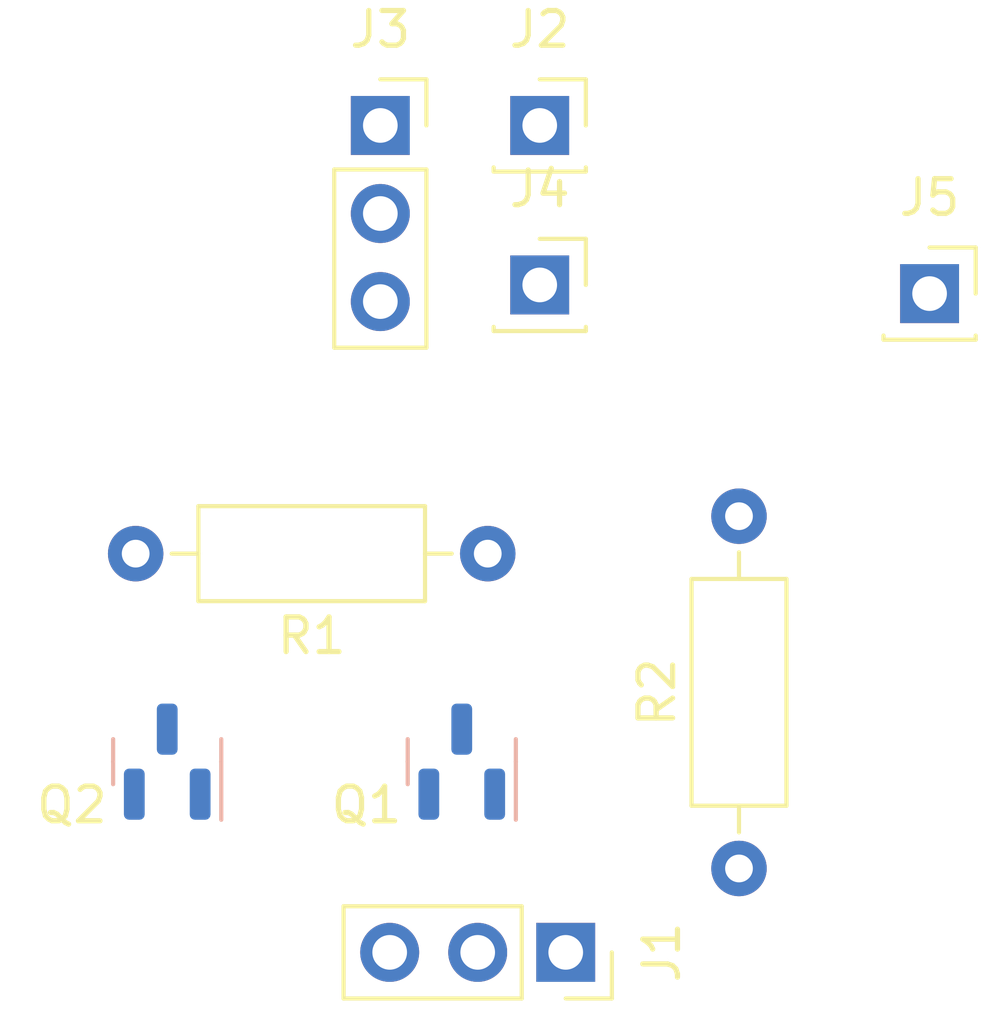
<source format=kicad_pcb>
(kicad_pcb (version 20221018) (generator pcbnew)
  (layers (0 "F.Cu" signal) (31 "B.Cu" signal) (34 "B.Paste" user) (35 "F.Paste" user) (36 "B.SilkS" user "B.Silkscreen") (37 "F.SilkS" user "F.Silkscreen") (38 "B.Mask" user) (39 "F.Mask" user) (44 "Edge.Cuts" user))
  (net 0 "")
  (net 1 "Net-(Q1-D)")
  (net 2 "Net-(Q2-D)")
  (net 3 "X-SHUT 1")
  (net 4 "SDA")
  (net 5 "X-SHUT 2")
  (net 6 "TF-LUNA 1")
  (footprint "Connector_PinSocket_2.54mm:PinSocket_1x01_P2.54mm_Vertical" (layer "F.Cu") (at 163.75 30.25)
    (fp_text reference "J5" (at 0 -2.77) (layer "F.SilkS"))
    (fp_text value "Conn_01x01_Socket" hide)
    (fp_line (start -1.33 1.21) (end -1.33 1.33) (stroke (width 0.12)) (layer "F.SilkS"))
    (fp_line (start -1.33 1.33) (end 1.33 1.33) (stroke (width 0.12)) (layer "F.SilkS"))
    (fp_line (start 0 -1.33) (end 1.33 -1.33) (stroke (width 0.12)) (layer "F.SilkS"))
    (fp_line (start 1.33 -1.33) (end 1.33 0) (stroke (width 0.12)) (layer "F.SilkS"))
    (fp_line (start 1.33 1.21) (end 1.33 1.33) (stroke (width 0.12)) (layer "F.SilkS"))
    (pad "1" thru_hole rect (at 0 0) (size 1.7 1.7) (drill 1) (layers "*.Cu" "*.Mask") (net 6 "TF-LUNA 1"))
  )
  (footprint "Resistor_THT:R_Axial_DIN0207_L6.3mm_D2.5mm_P10.16mm_Horizontal" (layer "F.Cu") (at 151 37.75 180)
    (fp_text reference "R1" (at 5.08 -2.37) (layer "F.SilkS"))
    (fp_text value "2.2k")
    (fp_line (start 1.04 0) (end 1.81 0) (stroke (width 0.12)) (layer "F.SilkS"))
    (fp_line (start 1.81 -1.37) (end 1.81 1.37) (stroke (width 0.12)) (layer "F.SilkS"))
    (fp_line (start 1.81 1.37) (end 8.35 1.37) (stroke (width 0.12)) (layer "F.SilkS"))
    (fp_line (start 8.35 -1.37) (end 1.81 -1.37) (stroke (width 0.12)) (layer "F.SilkS"))
    (fp_line (start 8.35 1.37) (end 8.35 -1.37) (stroke (width 0.12)) (layer "F.SilkS"))
    (fp_line (start 9.12 0) (end 8.35 0) (stroke (width 0.12)) (layer "F.SilkS"))
    (pad "1" thru_hole circle (at 0 0 180) (size 1.6 1.6) (drill 0.8) (layers "*.Cu" "*.Mask") (net 6 "TF-LUNA 1"))
    (pad "2" thru_hole oval (at 10.16 0 180) (size 1.6 1.6) (drill 0.8) (layers "*.Cu" "*.Mask") (net 1 "Net-(Q1-D)"))
  )
  (footprint "Connector_PinSocket_2.54mm:PinSocket_1x03_P2.54mm_Vertical" (layer "F.Cu") (at 153.25 49.25 -90)
    (fp_text reference "J1" (at 0 -2.77 90) (layer "F.SilkS"))
    (fp_text value "Conn_01x03_Socket" hide)
    (fp_line (start -1.33 1.27) (end -1.33 6.41) (stroke (width 0.12)) (layer "F.SilkS"))
    (fp_line (start -1.33 1.27) (end 1.33 1.27) (stroke (width 0.12)) (layer "F.SilkS"))
    (fp_line (start -1.33 6.41) (end 1.33 6.41) (stroke (width 0.12)) (layer "F.SilkS"))
    (fp_line (start 0 -1.33) (end 1.33 -1.33) (stroke (width 0.12)) (layer "F.SilkS"))
    (fp_line (start 1.33 -1.33) (end 1.33 0) (stroke (width 0.12)) (layer "F.SilkS"))
    (fp_line (start 1.33 1.27) (end 1.33 6.41) (stroke (width 0.12)) (layer "F.SilkS"))
    (pad "1" thru_hole rect (at 0 0 270) (size 1.7 1.7) (drill 1) (layers "*.Cu" "*.Mask") (net 6 "TF-LUNA 1"))
    (pad "2" thru_hole oval (at 0 2.54 270) (size 1.7 1.7) (drill 1) (layers "*.Cu" "*.Mask") (net 4 "SDA"))
    (pad "3" thru_hole oval (at 0 5.08 270) (size 1.7 1.7) (drill 1) (layers "*.Cu" "*.Mask") (net 5 "X-SHUT 2"))
  )
  (footprint "Connector_PinSocket_2.54mm:PinSocket_1x01_P2.54mm_Vertical" (layer "F.Cu") (at 152.5 30)
    (fp_text reference "J4" (at 0 -2.77) (layer "F.SilkS"))
    (fp_text value "Conn_01x01_Socket" hide)
    (fp_line (start -1.33 1.21) (end -1.33 1.33) (stroke (width 0.12)) (layer "F.SilkS"))
    (fp_line (start -1.33 1.33) (end 1.33 1.33) (stroke (width 0.12)) (layer "F.SilkS"))
    (fp_line (start 0 -1.33) (end 1.33 -1.33) (stroke (width 0.12)) (layer "F.SilkS"))
    (fp_line (start 1.33 -1.33) (end 1.33 0) (stroke (width 0.12)) (layer "F.SilkS"))
    (fp_line (start 1.33 1.21) (end 1.33 1.33) (stroke (width 0.12)) (layer "F.SilkS"))
    (pad "1" thru_hole rect (at 0 0) (size 1.7 1.7) (drill 1) (layers "*.Cu" "*.Mask") (net 4 "SDA"))
  )
  (footprint "Resistor_THT:R_Axial_DIN0207_L6.3mm_D2.5mm_P10.16mm_Horizontal" (layer "F.Cu") (at 158.25 46.83 90)
    (fp_text reference "R2" (at 5.08 -2.37 90) (layer "F.SilkS"))
    (fp_text value "2.2k")
    (fp_line (start 1.04 0) (end 1.81 0) (stroke (width 0.12)) (layer "F.SilkS"))
    (fp_line (start 1.81 -1.37) (end 1.81 1.37) (stroke (width 0.12)) (layer "F.SilkS"))
    (fp_line (start 1.81 1.37) (end 8.35 1.37) (stroke (width 0.12)) (layer "F.SilkS"))
    (fp_line (start 8.35 -1.37) (end 1.81 -1.37) (stroke (width 0.12)) (layer "F.SilkS"))
    (fp_line (start 8.35 1.37) (end 8.35 -1.37) (stroke (width 0.12)) (layer "F.SilkS"))
    (fp_line (start 9.12 0) (end 8.35 0) (stroke (width 0.12)) (layer "F.SilkS"))
    (pad "1" thru_hole circle (at 0 0 90) (size 1.6 1.6) (drill 0.8) (layers "*.Cu" "*.Mask") (net 6 "TF-LUNA 1"))
    (pad "2" thru_hole oval (at 10.16 0 90) (size 1.6 1.6) (drill 0.8) (layers "*.Cu" "*.Mask") (net 2 "Net-(Q2-D)"))
  )
  (footprint "Connector_PinSocket_2.54mm:PinSocket_1x03_P2.54mm_Vertical" (layer "F.Cu") (at 147.9 25.4)
    (fp_text reference "J3" (at 0 -2.77) (layer "F.SilkS"))
    (fp_text value "Conn_01x03_Socket" hide)
    (fp_line (start -1.33 1.27) (end -1.33 6.41) (stroke (width 0.12)) (layer "F.SilkS"))
    (fp_line (start -1.33 1.27) (end 1.33 1.27) (stroke (width 0.12)) (layer "F.SilkS"))
    (fp_line (start -1.33 6.41) (end 1.33 6.41) (stroke (width 0.12)) (layer "F.SilkS"))
    (fp_line (start 0 -1.33) (end 1.33 -1.33) (stroke (width 0.12)) (layer "F.SilkS"))
    (fp_line (start 1.33 -1.33) (end 1.33 0) (stroke (width 0.12)) (layer "F.SilkS"))
    (fp_line (start 1.33 1.27) (end 1.33 6.41) (stroke (width 0.12)) (layer "F.SilkS"))
    (pad "1" thru_hole rect (at 0 0) (size 1.7 1.7) (drill 1) (layers "*.Cu" "*.Mask") (net 6 "TF-LUNA 1"))
    (pad "2" thru_hole oval (at 0 2.54) (size 1.7 1.7) (drill 1) (layers "*.Cu" "*.Mask") (net 4 "SDA"))
    (pad "3" thru_hole oval (at 0 5.08) (size 1.7 1.7) (drill 1) (layers "*.Cu" "*.Mask") (net 3 "X-SHUT 1"))
  )
  (footprint "Connector_PinSocket_2.54mm:PinSocket_1x01_P2.54mm_Vertical" (layer "F.Cu") (at 152.5 25.4)
    (fp_text reference "J2" (at 0 -2.77) (layer "F.SilkS"))
    (fp_text value "Conn_01x01_Socket" hide)
    (fp_line (start -1.33 1.21) (end -1.33 1.33) (stroke (width 0.12)) (layer "F.SilkS"))
    (fp_line (start -1.33 1.33) (end 1.33 1.33) (stroke (width 0.12)) (layer "F.SilkS"))
    (fp_line (start 0 -1.33) (end 1.33 -1.33) (stroke (width 0.12)) (layer "F.SilkS"))
    (fp_line (start 1.33 -1.33) (end 1.33 0) (stroke (width 0.12)) (layer "F.SilkS"))
    (fp_line (start 1.33 1.21) (end 1.33 1.33) (stroke (width 0.12)) (layer "F.SilkS"))
    (pad "1" thru_hole rect (at 0 0) (size 1.7 1.7) (drill 1) (layers "*.Cu" "*.Mask") (net 4 "SDA"))
  )
  (footprint "Package_TO_SOT_SMD:SOT-23" (layer "B.Cu") (at 141.75 43.75 90)
    (fp_text reference "Q2" (at -1.25 -2.75) (layer "F.SilkS"))
    (fp_text value "NMOS" hide)
    (fp_line (start 0 -1.56) (end -0.65 -1.56) (stroke (width 0.12)) (layer "B.SilkS"))
    (fp_line (start 0 -1.56) (end 0.65 -1.56) (stroke (width 0.12)) (layer "B.SilkS"))
    (fp_line (start 0 1.56) (end -1.675 1.56) (stroke (width 0.12)) (layer "B.SilkS"))
    (fp_line (start 0 1.56) (end 0.65 1.56) (stroke (width 0.12)) (layer "B.SilkS"))
    (pad "1" smd roundrect (at -0.9375 0.95 90) (size 1.475 0.6) (layers "B.Cu" "B.Paste" "B.Mask") (net 2 "Net-(Q2-D)"))
    (pad "2" smd roundrect (at -0.9375 -0.95 90) (size 1.475 0.6) (layers "B.Cu" "B.Paste" "B.Mask") (net 3 "X-SHUT 1"))
    (pad "3" smd roundrect (at 0.9375 0 90) (size 1.475 0.6) (layers "B.Cu" "B.Paste" "B.Mask") (net 4 "SDA"))
  )
  (footprint "Package_TO_SOT_SMD:SOT-23" (layer "B.Cu") (at 150.25 43.75 90)
    (fp_text reference "Q1" (at -1.25 -2.75) (layer "F.SilkS"))
    (fp_text value "NMOS" hide)
    (fp_line (start 0 -1.56) (end -0.65 -1.56) (stroke (width 0.12)) (layer "B.SilkS"))
    (fp_line (start 0 -1.56) (end 0.65 -1.56) (stroke (width 0.12)) (layer "B.SilkS"))
    (fp_line (start 0 1.56) (end -1.675 1.56) (stroke (width 0.12)) (layer "B.SilkS"))
    (fp_line (start 0 1.56) (end 0.65 1.56) (stroke (width 0.12)) (layer "B.SilkS"))
    (pad "1" smd roundrect (at -0.9375 0.95 90) (size 1.475 0.6) (layers "B.Cu" "B.Paste" "B.Mask") (net 1 "Net-(Q1-D)"))
    (pad "2" smd roundrect (at -0.9375 -0.95 90) (size 1.475 0.6) (layers "B.Cu" "B.Paste" "B.Mask") (net 5 "X-SHUT 2"))
    (pad "3" smd roundrect (at 0.9375 0 90) (size 1.475 0.6) (layers "B.Cu" "B.Paste" "B.Mask") (net 4 "SDA"))
  )
)
</source>
